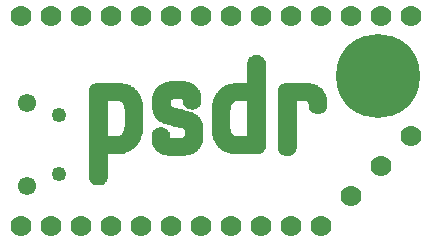
<source format=gts>
*
*
G04 PADS9.1 Build Number: 384028 generated Gerber (RS-274-X) file*
G04 PC Version=2.1*
*
%IN "KeyChainDevBoard.pcb"*%
*
%MOIN*%
*
%FSLAX35Y35*%
*
*
*
*
G04 PC Standard Apertures*
*
*
G04 Thermal Relief Aperture macro.*
%AMTER*
1,1,$1,0,0*
1,0,$1-$2,0,0*
21,0,$3,$4,0,0,45*
21,0,$3,$4,0,0,135*
%
*
*
G04 Annular Aperture macro.*
%AMANN*
1,1,$1,0,0*
1,0,$2,0,0*
%
*
*
G04 Odd Aperture macro.*
%AMODD*
1,1,$1,0,0*
1,0,$1-0.005,0,0*
%
*
*
G04 PC Custom Aperture Macros*
*
*
*
*
*
*
G04 PC Aperture Table*
*
%ADD010C,0.001*%
%ADD048C,0.07*%
%ADD053C,0.002*%
%ADD146C,0.28*%
%ADD147C,0.04921*%
%ADD148C,0.06102*%
*
*
*
*
G04 PC Circuitry*
G04 Layer Name KeyChainDevBoard.pcb - circuitry*
%LPD*%
*
*
G04 PC Custom Flashes*
G04 Layer Name KeyChainDevBoard.pcb - flashes*
%LPD*%
*
*
G04 PC Circuitry*
G04 Layer Name KeyChainDevBoard.pcb - circuitry*
%LPD*%
*
G54D10*
G54D48*
G01X105000Y105000D03*
X225000Y175000D03*
X235000Y135000D03*
X125000Y175000D03*
X225000Y125000D03*
X145000Y105000D03*
X215000Y115000D03*
X135000Y105000D03*
X145000Y175000D03*
X165000Y105000D03*
X195000Y175000D03*
X205000D03*
Y105000D03*
X195000D03*
X165000Y175000D03*
X175000D03*
X185000D03*
X115000Y105000D03*
X235000Y175000D03*
X175000Y105000D03*
X155000D03*
X115000Y175000D03*
X135000D03*
X155000D03*
X125000Y105000D03*
X215000Y175000D03*
X185000Y105000D03*
X105000Y175000D03*
G54D53*
X130000Y119800D02*
X131500D01*
X129400Y120000D02*
X131900D01*
X129200Y120200D02*
X132100D01*
X129000Y120400D02*
X132300D01*
X129000Y120600D02*
X132500D01*
X129000Y120800D02*
X132500D01*
X128800Y121000D02*
X132500D01*
X128800Y121200D02*
X132500D01*
X128800Y121400D02*
X132700D01*
X128800Y121600D02*
X132700D01*
X128800Y121800D02*
X132700D01*
X128800Y122000D02*
X132700D01*
X128800Y122200D02*
X132700D01*
X128800Y122400D02*
X132700D01*
X128800Y122600D02*
X132700D01*
X128800Y122800D02*
X132700D01*
X128800Y123000D02*
X132700D01*
X128800Y123200D02*
X132700D01*
X128800Y123400D02*
X132700D01*
X128800Y123600D02*
X132700D01*
X128800Y123800D02*
X132700D01*
X128800Y124000D02*
X132700D01*
X128800Y124200D02*
X132700D01*
X128800Y124400D02*
X132700D01*
X128800Y124600D02*
X132700D01*
X128800Y124800D02*
X132700D01*
X128800Y125000D02*
X132700D01*
X128800Y125200D02*
X132700D01*
X128800Y125400D02*
X132700D01*
X128800Y125600D02*
X132700D01*
X128800Y125800D02*
X132700D01*
X128800Y126000D02*
X132700D01*
X128800Y126200D02*
X132700D01*
X128800Y126400D02*
X132700D01*
X128800Y126600D02*
X132700D01*
X128800Y126800D02*
X132700D01*
X128800Y127000D02*
X132700D01*
X128800Y127200D02*
X132700D01*
X128800Y127400D02*
X132700D01*
X128800Y127600D02*
X132700D01*
X128800Y127800D02*
X132700D01*
X128800Y128000D02*
X132700D01*
X128800Y128200D02*
X132700D01*
X128800Y128400D02*
X132700D01*
X128800Y128600D02*
X132700D01*
X128800Y128800D02*
X132700D01*
X128800Y129000D02*
X132700D01*
X128800Y129200D02*
X132700D01*
X128800Y129400D02*
X132700D01*
X128800Y129600D02*
X132700D01*
X154000D02*
X159500D01*
X193000D02*
X194500D01*
X128800Y129800D02*
X132700D01*
X153200D02*
X160500D01*
X192600D02*
X194900D01*
X128800Y130000D02*
X132700D01*
X152600D02*
X161100D01*
X192200D02*
X195100D01*
X128800Y130200D02*
X138100D01*
X152000D02*
X161700D01*
X175600D02*
X184100D01*
X192200D02*
X195300D01*
X128800Y130400D02*
X139100D01*
X151800D02*
X162100D01*
X174800D02*
X184500D01*
X192000D02*
X195500D01*
X128800Y130600D02*
X139700D01*
X151400D02*
X162300D01*
X174200D02*
X184900D01*
X192000D02*
X195500D01*
X128800Y130800D02*
X140100D01*
X151200D02*
X162700D01*
X173600D02*
X184900D01*
X191800D02*
X195500D01*
X128800Y131000D02*
X140500D01*
X151000D02*
X162900D01*
X173200D02*
X185100D01*
X191800D02*
X195500D01*
X128800Y131200D02*
X140900D01*
X150800D02*
X163100D01*
X172800D02*
X185100D01*
X191800D02*
X195700D01*
X128800Y131400D02*
X141300D01*
X150600D02*
X163300D01*
X172600D02*
X185300D01*
X191800D02*
X195700D01*
X128800Y131600D02*
X141500D01*
X150400D02*
X163500D01*
X172200D02*
X185300D01*
X191800D02*
X195700D01*
X128800Y131800D02*
X141700D01*
X150200D02*
X163500D01*
X172000D02*
X185300D01*
X191800D02*
X195700D01*
X128800Y132000D02*
X141900D01*
X150200D02*
X163700D01*
X171800D02*
X185300D01*
X191800D02*
X195700D01*
X128800Y132200D02*
X142100D01*
X150000D02*
X163900D01*
X171600D02*
X185300D01*
X191800D02*
X195700D01*
X128800Y132400D02*
X142300D01*
X150000D02*
X163900D01*
X171400D02*
X185300D01*
X191800D02*
X195700D01*
X128800Y132600D02*
X142500D01*
X150000D02*
X164100D01*
X171200D02*
X185300D01*
X191800D02*
X195700D01*
X128800Y132800D02*
X142700D01*
X149800D02*
X164100D01*
X171000D02*
X185300D01*
X191800D02*
X195700D01*
X128800Y133000D02*
X142900D01*
X149800D02*
X164100D01*
X171000D02*
X185300D01*
X191800D02*
X195700D01*
X128800Y133200D02*
X143100D01*
X149800D02*
X164300D01*
X170800D02*
X185300D01*
X191800D02*
X195700D01*
X128800Y133400D02*
X143100D01*
X149600D02*
X154500D01*
X159000D02*
X164300D01*
X170600D02*
X185300D01*
X191800D02*
X195700D01*
X128800Y133600D02*
X143300D01*
X149600D02*
X154100D01*
X159600D02*
X164300D01*
X170600D02*
X185300D01*
X191800D02*
X195700D01*
X128800Y133800D02*
X143300D01*
X149600D02*
X153900D01*
X160000D02*
X164500D01*
X170400D02*
X185300D01*
X191800D02*
X195700D01*
X128800Y134000D02*
X132700D01*
X137600D02*
X143500D01*
X149600D02*
X153700D01*
X160200D02*
X164500D01*
X170400D02*
X176300D01*
X181400D02*
X185300D01*
X191800D02*
X195700D01*
X128800Y134200D02*
X132700D01*
X138200D02*
X143500D01*
X149600D02*
X153700D01*
X160400D02*
X164500D01*
X170400D02*
X175500D01*
X181400D02*
X185300D01*
X191800D02*
X195700D01*
X128800Y134400D02*
X132700D01*
X138600D02*
X143700D01*
X149600D02*
X153500D01*
X160400D02*
X164500D01*
X170200D02*
X175100D01*
X181400D02*
X185300D01*
X191800D02*
X195700D01*
X128800Y134600D02*
X132700D01*
X139000D02*
X143700D01*
X149600D02*
X153500D01*
X160600D02*
X164500D01*
X170200D02*
X174900D01*
X181400D02*
X185300D01*
X191800D02*
X195700D01*
X128800Y134800D02*
X132700D01*
X139200D02*
X143900D01*
X149600D02*
X153500D01*
X160600D02*
X164500D01*
X170000D02*
X174500D01*
X181400D02*
X185300D01*
X191800D02*
X195700D01*
X128800Y135000D02*
X132700D01*
X139400D02*
X143900D01*
X149600D02*
X153500D01*
X160600D02*
X164500D01*
X170000D02*
X174300D01*
X181400D02*
X185300D01*
X191800D02*
X195700D01*
X128800Y135200D02*
X132700D01*
X139600D02*
X143900D01*
X149600D02*
X153500D01*
X160600D02*
X164500D01*
X170000D02*
X174300D01*
X181400D02*
X185300D01*
X191800D02*
X195700D01*
X128800Y135400D02*
X132700D01*
X139800D02*
X144100D01*
X149600D02*
X153300D01*
X160600D02*
X164500D01*
X170000D02*
X174100D01*
X181400D02*
X185300D01*
X191800D02*
X195700D01*
X128800Y135600D02*
X132700D01*
X139800D02*
X144100D01*
X149800D02*
X153300D01*
X160600D02*
X164500D01*
X169800D02*
X173900D01*
X181400D02*
X185300D01*
X191800D02*
X195700D01*
X128800Y135800D02*
X132700D01*
X140000D02*
X144100D01*
X149800D02*
X153300D01*
X160600D02*
X164500D01*
X169800D02*
X173900D01*
X181400D02*
X185300D01*
X191800D02*
X195700D01*
X128800Y136000D02*
X132700D01*
X140000D02*
X144100D01*
X149800D02*
X153100D01*
X160600D02*
X164500D01*
X169800D02*
X173900D01*
X181400D02*
X185300D01*
X191800D02*
X195700D01*
X128800Y136200D02*
X132700D01*
X140200D02*
X144300D01*
X150000D02*
X153100D01*
X160600D02*
X164500D01*
X169800D02*
X173700D01*
X181400D02*
X185300D01*
X191800D02*
X195700D01*
X128800Y136400D02*
X132700D01*
X140200D02*
X144300D01*
X150200D02*
X152900D01*
X160600D02*
X164500D01*
X169800D02*
X173700D01*
X181400D02*
X185300D01*
X191800D02*
X195700D01*
X128800Y136600D02*
X132700D01*
X140400D02*
X144300D01*
X150600D02*
X152500D01*
X160600D02*
X164500D01*
X169800D02*
X173700D01*
X181400D02*
X185300D01*
X191800D02*
X195700D01*
X128800Y136800D02*
X132700D01*
X140400D02*
X144300D01*
X151200D02*
X151900D01*
X160600D02*
X164500D01*
X169600D02*
X173700D01*
X181400D02*
X185300D01*
X191800D02*
X195700D01*
X128800Y137000D02*
X132700D01*
X140400D02*
X144300D01*
X160600D02*
X164500D01*
X169600D02*
X173500D01*
X181400D02*
X185300D01*
X191800D02*
X195700D01*
X128800Y137200D02*
X132700D01*
X140400D02*
X144300D01*
X160600D02*
X164500D01*
X169600D02*
X173500D01*
X181400D02*
X185300D01*
X191800D02*
X195700D01*
X128800Y137400D02*
X132700D01*
X140400D02*
X144500D01*
X160600D02*
X164500D01*
X169600D02*
X173500D01*
X181400D02*
X185300D01*
X191800D02*
X195700D01*
X128800Y137600D02*
X132700D01*
X140600D02*
X144500D01*
X160400D02*
X164500D01*
X169600D02*
X173500D01*
X181400D02*
X185300D01*
X191800D02*
X195700D01*
X128800Y137800D02*
X132700D01*
X140600D02*
X144500D01*
X160400D02*
X164500D01*
X169600D02*
X173500D01*
X181400D02*
X185300D01*
X191800D02*
X195700D01*
X128800Y138000D02*
X132700D01*
X140600D02*
X144500D01*
X160200D02*
X164500D01*
X169600D02*
X173500D01*
X181400D02*
X185300D01*
X191800D02*
X195700D01*
X128800Y138200D02*
X132700D01*
X140600D02*
X144500D01*
X160000D02*
X164500D01*
X169600D02*
X173500D01*
X181400D02*
X185300D01*
X191800D02*
X195700D01*
X128800Y138400D02*
X132700D01*
X140600D02*
X144500D01*
X159600D02*
X164300D01*
X169600D02*
X173500D01*
X181400D02*
X185300D01*
X191800D02*
X195700D01*
X128800Y138600D02*
X132700D01*
X140600D02*
X144500D01*
X159200D02*
X164300D01*
X169600D02*
X173500D01*
X181400D02*
X185300D01*
X191800D02*
X195700D01*
X128800Y138800D02*
X132700D01*
X140600D02*
X144500D01*
X158400D02*
X164300D01*
X169600D02*
X173500D01*
X181400D02*
X185300D01*
X191800D02*
X195700D01*
X128800Y139000D02*
X132700D01*
X140600D02*
X144500D01*
X157600D02*
X164300D01*
X169600D02*
X173500D01*
X181400D02*
X185300D01*
X191800D02*
X195700D01*
X128800Y139200D02*
X132700D01*
X140600D02*
X144500D01*
X156800D02*
X164100D01*
X169600D02*
X173500D01*
X181400D02*
X185300D01*
X191800D02*
X195700D01*
X128800Y139400D02*
X132700D01*
X140600D02*
X144500D01*
X156200D02*
X164100D01*
X169600D02*
X173500D01*
X181400D02*
X185300D01*
X191800D02*
X195700D01*
X128800Y139600D02*
X132700D01*
X140600D02*
X144500D01*
X155400D02*
X163900D01*
X169600D02*
X173500D01*
X181400D02*
X185300D01*
X191800D02*
X195700D01*
X128800Y139800D02*
X132700D01*
X140600D02*
X144500D01*
X154600D02*
X163900D01*
X169600D02*
X173500D01*
X181400D02*
X185300D01*
X191800D02*
X195700D01*
X128800Y140000D02*
X132700D01*
X140600D02*
X144500D01*
X153800D02*
X163700D01*
X169600D02*
X173500D01*
X181400D02*
X185300D01*
X191800D02*
X195700D01*
X128800Y140200D02*
X132700D01*
X140600D02*
X144500D01*
X153200D02*
X163700D01*
X169600D02*
X173500D01*
X181400D02*
X185300D01*
X191800D02*
X195700D01*
X128800Y140400D02*
X132700D01*
X140600D02*
X144500D01*
X152600D02*
X163500D01*
X169600D02*
X173500D01*
X181400D02*
X185300D01*
X191800D02*
X195700D01*
X128800Y140600D02*
X132700D01*
X140600D02*
X144500D01*
X152200D02*
X163300D01*
X169600D02*
X173500D01*
X181400D02*
X185300D01*
X191800D02*
X195700D01*
X128800Y140800D02*
X132700D01*
X140600D02*
X144500D01*
X152000D02*
X163100D01*
X169600D02*
X173500D01*
X181400D02*
X185300D01*
X191800D02*
X195700D01*
X128800Y141000D02*
X132700D01*
X140600D02*
X144500D01*
X151600D02*
X162900D01*
X169600D02*
X173500D01*
X181400D02*
X185300D01*
X191800D02*
X195700D01*
X128800Y141200D02*
X132700D01*
X140600D02*
X144500D01*
X151400D02*
X162700D01*
X169600D02*
X173500D01*
X181400D02*
X185300D01*
X191800D02*
X195700D01*
X128800Y141400D02*
X132700D01*
X140600D02*
X144500D01*
X151200D02*
X162500D01*
X169600D02*
X173500D01*
X181400D02*
X185300D01*
X191800D02*
X195700D01*
X128800Y141600D02*
X132700D01*
X140600D02*
X144500D01*
X151000D02*
X162100D01*
X169600D02*
X173500D01*
X181400D02*
X185300D01*
X191800D02*
X195700D01*
X128800Y141800D02*
X132700D01*
X140600D02*
X144500D01*
X150800D02*
X161700D01*
X169600D02*
X173500D01*
X181400D02*
X185300D01*
X191800D02*
X195700D01*
X128800Y142000D02*
X132700D01*
X140600D02*
X144500D01*
X150600D02*
X161300D01*
X169600D02*
X173500D01*
X181400D02*
X185300D01*
X191800D02*
X195700D01*
X128800Y142200D02*
X132700D01*
X140600D02*
X144500D01*
X150600D02*
X160700D01*
X169600D02*
X173500D01*
X181400D02*
X185300D01*
X191800D02*
X195700D01*
X128800Y142400D02*
X132700D01*
X140600D02*
X144500D01*
X150400D02*
X159900D01*
X169600D02*
X173500D01*
X181400D02*
X185300D01*
X191800D02*
X195700D01*
X128800Y142600D02*
X132700D01*
X140600D02*
X144500D01*
X150400D02*
X159100D01*
X169600D02*
X173500D01*
X181400D02*
X185300D01*
X191800D02*
X195700D01*
X128800Y142800D02*
X132700D01*
X140600D02*
X144500D01*
X150200D02*
X158500D01*
X169600D02*
X173500D01*
X181400D02*
X185300D01*
X191800D02*
X195700D01*
X128800Y143000D02*
X132700D01*
X140600D02*
X144500D01*
X150200D02*
X157700D01*
X169600D02*
X173500D01*
X181400D02*
X185300D01*
X191800D02*
X195700D01*
X128800Y143200D02*
X132700D01*
X140600D02*
X144500D01*
X150200D02*
X156900D01*
X169600D02*
X173500D01*
X181400D02*
X185300D01*
X191800D02*
X195700D01*
X128800Y143400D02*
X132700D01*
X140600D02*
X144500D01*
X150000D02*
X156100D01*
X169600D02*
X173500D01*
X181400D02*
X185300D01*
X191800D02*
X195700D01*
X128800Y143600D02*
X132700D01*
X140600D02*
X144500D01*
X150000D02*
X155500D01*
X169600D02*
X173500D01*
X181400D02*
X185300D01*
X191800D02*
X195700D01*
X203200D02*
X204500D01*
X128800Y143800D02*
X132700D01*
X140600D02*
X144500D01*
X150000D02*
X154900D01*
X169600D02*
X173500D01*
X181400D02*
X185300D01*
X191800D02*
X195700D01*
X202800D02*
X205100D01*
X128800Y144000D02*
X132700D01*
X140600D02*
X144500D01*
X149800D02*
X154500D01*
X169600D02*
X173500D01*
X181400D02*
X185300D01*
X191800D02*
X195700D01*
X202600D02*
X205300D01*
X128800Y144200D02*
X132700D01*
X140600D02*
X144500D01*
X149800D02*
X154100D01*
X169600D02*
X173500D01*
X181400D02*
X185300D01*
X191800D02*
X195700D01*
X202400D02*
X205500D01*
X128800Y144400D02*
X132700D01*
X140600D02*
X144500D01*
X149800D02*
X154100D01*
X169600D02*
X173700D01*
X181400D02*
X185300D01*
X191800D02*
X195700D01*
X202200D02*
X205500D01*
X128800Y144600D02*
X132700D01*
X140600D02*
X144500D01*
X149800D02*
X153900D01*
X169800D02*
X173700D01*
X181400D02*
X185300D01*
X191800D02*
X195700D01*
X202200D02*
X205700D01*
X128800Y144800D02*
X132700D01*
X140600D02*
X144500D01*
X149800D02*
X153700D01*
X169800D02*
X173700D01*
X181400D02*
X185300D01*
X191800D02*
X195700D01*
X202000D02*
X205700D01*
X128800Y145000D02*
X132700D01*
X140400D02*
X144500D01*
X149800D02*
X153700D01*
X169800D02*
X173700D01*
X181400D02*
X185300D01*
X191800D02*
X195700D01*
X202000D02*
X205700D01*
X128800Y145200D02*
X132700D01*
X140400D02*
X144300D01*
X149800D02*
X153700D01*
X161000D02*
X162900D01*
X169800D02*
X173700D01*
X181400D02*
X185300D01*
X191800D02*
X195700D01*
X202000D02*
X205900D01*
X128800Y145400D02*
X132700D01*
X140400D02*
X144300D01*
X149800D02*
X153700D01*
X160600D02*
X163100D01*
X169800D02*
X173900D01*
X181400D02*
X185300D01*
X191800D02*
X195700D01*
X202000D02*
X205900D01*
X128800Y145600D02*
X132700D01*
X140400D02*
X144300D01*
X149800D02*
X153700D01*
X160400D02*
X163300D01*
X169800D02*
X173900D01*
X181400D02*
X185300D01*
X191800D02*
X195700D01*
X202000D02*
X205900D01*
X128800Y145800D02*
X132700D01*
X140200D02*
X144300D01*
X149800D02*
X153700D01*
X160200D02*
X163500D01*
X170000D02*
X173900D01*
X181400D02*
X185300D01*
X191800D02*
X195700D01*
X202000D02*
X205900D01*
X128800Y146000D02*
X132700D01*
X140200D02*
X144300D01*
X149800D02*
X153700D01*
X160200D02*
X163700D01*
X170000D02*
X174100D01*
X181400D02*
X185300D01*
X191800D02*
X195700D01*
X202000D02*
X205900D01*
X128800Y146200D02*
X132700D01*
X140200D02*
X144300D01*
X149800D02*
X153700D01*
X160200D02*
X163700D01*
X170000D02*
X174300D01*
X181400D02*
X185300D01*
X191800D02*
X195700D01*
X201800D02*
X205900D01*
X128800Y146400D02*
X132700D01*
X140000D02*
X144100D01*
X149800D02*
X153700D01*
X160000D02*
X163900D01*
X170000D02*
X174300D01*
X181400D02*
X185300D01*
X191800D02*
X195700D01*
X201800D02*
X205900D01*
X128800Y146600D02*
X132700D01*
X139800D02*
X144100D01*
X149800D02*
X153700D01*
X160000D02*
X163900D01*
X170200D02*
X174500D01*
X181400D02*
X185300D01*
X191800D02*
X195700D01*
X201800D02*
X205700D01*
X128800Y146800D02*
X132700D01*
X139800D02*
X144100D01*
X149800D02*
X153700D01*
X160000D02*
X163900D01*
X170200D02*
X174700D01*
X181400D02*
X185300D01*
X191800D02*
X195700D01*
X201600D02*
X205700D01*
X128800Y147000D02*
X132700D01*
X139600D02*
X144100D01*
X149800D02*
X153700D01*
X160000D02*
X163900D01*
X170200D02*
X174900D01*
X181400D02*
X185300D01*
X191800D02*
X195700D01*
X201600D02*
X205700D01*
X128800Y147200D02*
X132700D01*
X139200D02*
X143900D01*
X149800D02*
X153700D01*
X160000D02*
X163900D01*
X170400D02*
X175100D01*
X181400D02*
X185300D01*
X191800D02*
X195700D01*
X201400D02*
X205700D01*
X128800Y147400D02*
X132700D01*
X139000D02*
X143900D01*
X149800D02*
X153900D01*
X160000D02*
X163900D01*
X170400D02*
X175500D01*
X181400D02*
X185300D01*
X191800D02*
X195700D01*
X201200D02*
X205700D01*
X128800Y147600D02*
X132700D01*
X138600D02*
X143700D01*
X149800D02*
X153900D01*
X159800D02*
X163900D01*
X170600D02*
X175900D01*
X181400D02*
X185300D01*
X191800D02*
X195700D01*
X200800D02*
X205700D01*
X128800Y147800D02*
X132700D01*
X137800D02*
X143700D01*
X149800D02*
X154100D01*
X159800D02*
X163900D01*
X170600D02*
X176500D01*
X181400D02*
X185300D01*
X191800D02*
X195700D01*
X200200D02*
X205500D01*
X128800Y148000D02*
X143700D01*
X149800D02*
X154300D01*
X159600D02*
X163900D01*
X170800D02*
X185300D01*
X191800D02*
X205500D01*
X128800Y148200D02*
X143500D01*
X150000D02*
X154700D01*
X159400D02*
X163900D01*
X170800D02*
X185300D01*
X191800D02*
X205500D01*
X128800Y148400D02*
X143500D01*
X150000D02*
X155300D01*
X158800D02*
X163700D01*
X171000D02*
X185300D01*
X191800D02*
X205300D01*
X128800Y148600D02*
X143300D01*
X150000D02*
X163700D01*
X171000D02*
X185300D01*
X191800D02*
X205300D01*
X128800Y148800D02*
X143100D01*
X150200D02*
X163700D01*
X171200D02*
X185300D01*
X191800D02*
X205100D01*
X128800Y149000D02*
X143100D01*
X150200D02*
X163700D01*
X171400D02*
X185300D01*
X191800D02*
X205100D01*
X128800Y149200D02*
X142900D01*
X150200D02*
X163500D01*
X171600D02*
X185300D01*
X191800D02*
X204900D01*
X128800Y149400D02*
X142700D01*
X150400D02*
X163500D01*
X171600D02*
X185300D01*
X191800D02*
X204900D01*
X128800Y149600D02*
X142500D01*
X150400D02*
X163300D01*
X171800D02*
X185300D01*
X191800D02*
X204700D01*
X128800Y149800D02*
X142300D01*
X150600D02*
X163300D01*
X172000D02*
X185300D01*
X191800D02*
X204500D01*
X128800Y150000D02*
X142100D01*
X150800D02*
X163100D01*
X172400D02*
X185300D01*
X191800D02*
X204300D01*
X128800Y150200D02*
X141900D01*
X150800D02*
X163100D01*
X172600D02*
X185300D01*
X191800D02*
X204100D01*
X128800Y150400D02*
X141500D01*
X151000D02*
X162900D01*
X172800D02*
X185300D01*
X191800D02*
X203900D01*
X129000Y150600D02*
X141300D01*
X151200D02*
X162700D01*
X173200D02*
X185300D01*
X192000D02*
X203700D01*
X129000Y150800D02*
X140900D01*
X151400D02*
X162500D01*
X173400D02*
X185300D01*
X192000D02*
X203300D01*
X129200Y151000D02*
X140500D01*
X151600D02*
X162300D01*
X174000D02*
X185300D01*
X192000D02*
X202900D01*
X129200Y151200D02*
X139900D01*
X152000D02*
X162100D01*
X174400D02*
X185300D01*
X192200D02*
X202500D01*
X129600Y151400D02*
X139300D01*
X152200D02*
X161700D01*
X175000D02*
X185300D01*
X192400D02*
X201900D01*
X130000Y151600D02*
X138500D01*
X152600D02*
X161300D01*
X176000D02*
X185300D01*
X192800D02*
X200900D01*
X153200Y151800D02*
X160900D01*
X181400D02*
X185300D01*
X153800Y152000D02*
X160300D01*
X181400D02*
X185300D01*
X154800Y152200D02*
X159300D01*
X181400D02*
X185300D01*
X181400Y152400D02*
X185300D01*
X181400Y152600D02*
X185300D01*
X181400Y152800D02*
X185300D01*
X181400Y153000D02*
X185300D01*
X181400Y153200D02*
X185300D01*
X181400Y153400D02*
X185300D01*
X181400Y153600D02*
X185300D01*
X181400Y153800D02*
X185300D01*
X181400Y154000D02*
X185300D01*
X181400Y154200D02*
X185300D01*
X181400Y154400D02*
X185300D01*
X181400Y154600D02*
X185300D01*
X181400Y154800D02*
X185300D01*
X181400Y155000D02*
X185300D01*
X181400Y155200D02*
X185300D01*
X181400Y155400D02*
X185300D01*
X181400Y155600D02*
X185300D01*
X181400Y155800D02*
X185300D01*
X181400Y156000D02*
X185300D01*
X181400Y156200D02*
X185300D01*
X181400Y156400D02*
X185300D01*
X181400Y156600D02*
X185300D01*
X181400Y156800D02*
X185300D01*
X181400Y157000D02*
X185300D01*
X181400Y157200D02*
X185300D01*
X181400Y157400D02*
X185300D01*
X181400Y157600D02*
X185300D01*
X181400Y157800D02*
X185300D01*
X181400Y158000D02*
X185300D01*
X181400Y158200D02*
X185300D01*
X181400Y158400D02*
X185300D01*
X181400Y158600D02*
X185300D01*
X181400Y158800D02*
X185300D01*
X181400Y159000D02*
X185300D01*
X181400Y159200D02*
X185300D01*
X181600Y159400D02*
X185300D01*
X181600Y159600D02*
X185300D01*
X181600Y159800D02*
X185100D01*
X181600Y160000D02*
X185100D01*
X181800Y160200D02*
X184900D01*
X182000Y160400D02*
X184900D01*
X182200Y160600D02*
X184500D01*
X182600Y160800D02*
X184100D01*
X129600Y118800D02*
X131700D01*
X129200Y119000D02*
X132300D01*
X128800Y119200D02*
X132500D01*
X128600Y119400D02*
X132900D01*
X128400Y119600D02*
X132900D01*
X128200Y119800D02*
X133100D01*
X128200Y120000D02*
X133300D01*
X128000Y120200D02*
X133300D01*
X128000Y120400D02*
X133500D01*
X127800Y120600D02*
X133500D01*
X127800Y120800D02*
X133500D01*
X127800Y121000D02*
X133700D01*
X127800Y121200D02*
X133700D01*
X127800Y121400D02*
X133700D01*
X127800Y121600D02*
X133700D01*
X127800Y121800D02*
X133700D01*
X127800Y122000D02*
X133700D01*
X127800Y122200D02*
X133700D01*
X127800Y122400D02*
X133700D01*
X127800Y122600D02*
X133700D01*
X127800Y122800D02*
X133700D01*
X127800Y123000D02*
X133700D01*
X127800Y123200D02*
X133700D01*
X127800Y123400D02*
X133700D01*
X127800Y123600D02*
X133700D01*
X127800Y123800D02*
X133700D01*
X127800Y124000D02*
X133700D01*
X127800Y124200D02*
X133700D01*
X127800Y124400D02*
X133700D01*
X127800Y124600D02*
X133700D01*
X127800Y124800D02*
X133700D01*
X127800Y125000D02*
X133700D01*
X127800Y125200D02*
X133700D01*
X127800Y125400D02*
X133700D01*
X127800Y125600D02*
X133700D01*
X127800Y125800D02*
X133700D01*
X127800Y126000D02*
X133700D01*
X127800Y126200D02*
X133700D01*
X127800Y126400D02*
X133700D01*
X127800Y126600D02*
X133700D01*
X127800Y126800D02*
X133700D01*
X127800Y127000D02*
X133700D01*
X127800Y127200D02*
X133700D01*
X127800Y127400D02*
X133700D01*
X127800Y127600D02*
X133700D01*
X127800Y127800D02*
X133700D01*
X127800Y128000D02*
X133700D01*
X127800Y128200D02*
X133700D01*
X127800Y128400D02*
X133700D01*
X127800Y128600D02*
X133700D01*
X153800D02*
X159900D01*
X192600D02*
X194700D01*
X127800Y128800D02*
X133700D01*
X153000D02*
X160700D01*
X192200D02*
X195300D01*
X127800Y129000D02*
X133700D01*
X152200D02*
X161300D01*
X191800D02*
X195500D01*
X127800Y129200D02*
X138500D01*
X151800D02*
X161900D01*
X175400D02*
X184500D01*
X191600D02*
X195900D01*
X127800Y129400D02*
X139300D01*
X151400D02*
X162300D01*
X174600D02*
X184900D01*
X191400D02*
X195900D01*
X127800Y129600D02*
X139900D01*
X151000D02*
X162700D01*
X173800D02*
X185300D01*
X191200D02*
X196100D01*
X127800Y129800D02*
X140500D01*
X150800D02*
X162900D01*
X173400D02*
X185500D01*
X191200D02*
X196300D01*
X127800Y130000D02*
X140900D01*
X150400D02*
X163300D01*
X172800D02*
X185700D01*
X191000D02*
X196300D01*
X127800Y130200D02*
X141300D01*
X150200D02*
X163500D01*
X172600D02*
X185900D01*
X191000D02*
X196500D01*
X127800Y130400D02*
X141500D01*
X150000D02*
X163700D01*
X172200D02*
X185900D01*
X190800D02*
X196500D01*
X127800Y130600D02*
X141900D01*
X149800D02*
X163900D01*
X171800D02*
X186100D01*
X190800D02*
X196500D01*
X127800Y130800D02*
X142100D01*
X149800D02*
X164100D01*
X171600D02*
X186100D01*
X190800D02*
X196700D01*
X127800Y131000D02*
X142500D01*
X149600D02*
X164300D01*
X171400D02*
X186300D01*
X190800D02*
X196700D01*
X127800Y131200D02*
X142700D01*
X149400D02*
X164500D01*
X171200D02*
X186300D01*
X190800D02*
X196700D01*
X127800Y131400D02*
X142900D01*
X149400D02*
X164500D01*
X170800D02*
X186300D01*
X190800D02*
X196700D01*
X127800Y131600D02*
X143100D01*
X149200D02*
X164700D01*
X170800D02*
X186300D01*
X190800D02*
X196700D01*
X127800Y131800D02*
X143300D01*
X149200D02*
X164700D01*
X170600D02*
X186300D01*
X190800D02*
X196700D01*
X127800Y132000D02*
X143500D01*
X149000D02*
X164900D01*
X170400D02*
X186300D01*
X190800D02*
X196700D01*
X127800Y132200D02*
X143500D01*
X149000D02*
X164900D01*
X170200D02*
X186300D01*
X190800D02*
X196700D01*
X127800Y132400D02*
X143700D01*
X148800D02*
X165100D01*
X170200D02*
X186300D01*
X190800D02*
X196700D01*
X127800Y132600D02*
X143900D01*
X148800D02*
X165100D01*
X170000D02*
X186300D01*
X190800D02*
X196700D01*
X127800Y132800D02*
X143900D01*
X148800D02*
X165100D01*
X169800D02*
X186300D01*
X190800D02*
X196700D01*
X127800Y133000D02*
X144100D01*
X148800D02*
X165300D01*
X169800D02*
X186300D01*
X190800D02*
X196700D01*
X127800Y133200D02*
X144300D01*
X148600D02*
X165300D01*
X169600D02*
X186300D01*
X190800D02*
X196700D01*
X127800Y133400D02*
X144300D01*
X148600D02*
X165300D01*
X169600D02*
X186300D01*
X190800D02*
X196700D01*
X127800Y133600D02*
X144500D01*
X148600D02*
X165500D01*
X169400D02*
X186300D01*
X190800D02*
X196700D01*
X127800Y133800D02*
X144500D01*
X148600D02*
X165500D01*
X169400D02*
X186300D01*
X190800D02*
X196700D01*
X127800Y134000D02*
X144700D01*
X148600D02*
X165500D01*
X169200D02*
X186300D01*
X190800D02*
X196700D01*
X127800Y134200D02*
X144700D01*
X148600D02*
X165500D01*
X169200D02*
X186300D01*
X190800D02*
X196700D01*
X127800Y134400D02*
X144700D01*
X148600D02*
X154900D01*
X158800D02*
X165500D01*
X169200D02*
X186300D01*
X190800D02*
X196700D01*
X127800Y134600D02*
X144900D01*
X148600D02*
X154500D01*
X159200D02*
X165500D01*
X169000D02*
X186300D01*
X190800D02*
X196700D01*
X127800Y134800D02*
X144900D01*
X148600D02*
X154500D01*
X159400D02*
X165500D01*
X169000D02*
X186300D01*
X190800D02*
X196700D01*
X127800Y135000D02*
X133700D01*
X137400D02*
X144900D01*
X148600D02*
X154500D01*
X159600D02*
X165500D01*
X169000D02*
X176500D01*
X180400D02*
X186300D01*
X190800D02*
X196700D01*
X127800Y135200D02*
X133700D01*
X138000D02*
X145100D01*
X148600D02*
X154500D01*
X159600D02*
X165500D01*
X169000D02*
X175900D01*
X180400D02*
X186300D01*
X190800D02*
X196700D01*
X127800Y135400D02*
X133700D01*
X138400D02*
X145100D01*
X148600D02*
X154500D01*
X159600D02*
X165500D01*
X168800D02*
X175500D01*
X180400D02*
X186300D01*
X190800D02*
X196700D01*
X127800Y135600D02*
X133700D01*
X138600D02*
X145100D01*
X148600D02*
X154500D01*
X159600D02*
X165500D01*
X168800D02*
X175300D01*
X180400D02*
X186300D01*
X190800D02*
X196700D01*
X127800Y135800D02*
X133700D01*
X138800D02*
X145300D01*
X148600D02*
X154300D01*
X159600D02*
X165500D01*
X168800D02*
X175100D01*
X180400D02*
X186300D01*
X190800D02*
X196700D01*
X127800Y136000D02*
X133700D01*
X139000D02*
X145300D01*
X148800D02*
X154300D01*
X159600D02*
X165500D01*
X168800D02*
X174900D01*
X180400D02*
X186300D01*
X190800D02*
X196700D01*
X127800Y136200D02*
X133700D01*
X139000D02*
X145300D01*
X148800D02*
X154300D01*
X159600D02*
X165500D01*
X168800D02*
X174900D01*
X180400D02*
X186300D01*
X190800D02*
X196700D01*
X127800Y136400D02*
X133700D01*
X139200D02*
X145300D01*
X149000D02*
X154100D01*
X159600D02*
X165500D01*
X168600D02*
X174700D01*
X180400D02*
X186300D01*
X190800D02*
X196700D01*
X127800Y136600D02*
X133700D01*
X139200D02*
X145300D01*
X149000D02*
X153900D01*
X159600D02*
X165500D01*
X168600D02*
X174700D01*
X180400D02*
X186300D01*
X190800D02*
X196700D01*
X127800Y136800D02*
X133700D01*
X139400D02*
X145300D01*
X149200D02*
X153900D01*
X159600D02*
X165500D01*
X168600D02*
X174700D01*
X180400D02*
X186300D01*
X190800D02*
X196700D01*
X127800Y137000D02*
X133700D01*
X139400D02*
X145500D01*
X149400D02*
X153700D01*
X159600D02*
X165500D01*
X168600D02*
X174700D01*
X180400D02*
X186300D01*
X190800D02*
X196700D01*
X127800Y137200D02*
X133700D01*
X139400D02*
X145500D01*
X149600D02*
X153500D01*
X159600D02*
X165500D01*
X168600D02*
X174700D01*
X180400D02*
X186300D01*
X190800D02*
X196700D01*
X127800Y137400D02*
X133700D01*
X139400D02*
X145500D01*
X149800D02*
X153100D01*
X159400D02*
X165500D01*
X168600D02*
X174700D01*
X180400D02*
X186300D01*
X190800D02*
X196700D01*
X127800Y137600D02*
X133700D01*
X139400D02*
X145500D01*
X150200D02*
X152900D01*
X159000D02*
X165500D01*
X168600D02*
X174500D01*
X180400D02*
X186300D01*
X190800D02*
X196700D01*
X127800Y137800D02*
X133700D01*
X139400D02*
X145500D01*
X151000D02*
X152100D01*
X158200D02*
X165500D01*
X168600D02*
X174500D01*
X180400D02*
X186300D01*
X190800D02*
X196700D01*
X127800Y138000D02*
X133700D01*
X139400D02*
X145500D01*
X157400D02*
X165500D01*
X168600D02*
X174500D01*
X180400D02*
X186300D01*
X190800D02*
X196700D01*
X127800Y138200D02*
X133700D01*
X139600D02*
X145500D01*
X156600D02*
X165500D01*
X168600D02*
X174500D01*
X180400D02*
X186300D01*
X190800D02*
X196700D01*
X127800Y138400D02*
X133700D01*
X139600D02*
X145500D01*
X155800D02*
X165500D01*
X168600D02*
X174500D01*
X180400D02*
X186300D01*
X190800D02*
X196700D01*
X127800Y138600D02*
X133700D01*
X139600D02*
X145500D01*
X155200D02*
X165300D01*
X168600D02*
X174500D01*
X180400D02*
X186300D01*
X190800D02*
X196700D01*
X127800Y138800D02*
X133700D01*
X139600D02*
X145500D01*
X154400D02*
X165300D01*
X168600D02*
X174500D01*
X180400D02*
X186300D01*
X190800D02*
X196700D01*
X127800Y139000D02*
X133700D01*
X139600D02*
X145500D01*
X153600D02*
X165300D01*
X168600D02*
X174500D01*
X180400D02*
X186300D01*
X190800D02*
X196700D01*
X127800Y139200D02*
X133700D01*
X139600D02*
X145500D01*
X152800D02*
X165300D01*
X168600D02*
X174500D01*
X180400D02*
X186300D01*
X190800D02*
X196700D01*
X127800Y139400D02*
X133700D01*
X139600D02*
X145500D01*
X152400D02*
X165100D01*
X168600D02*
X174500D01*
X180400D02*
X186300D01*
X190800D02*
X196700D01*
X127800Y139600D02*
X133700D01*
X139600D02*
X145500D01*
X152000D02*
X165100D01*
X168600D02*
X174500D01*
X180400D02*
X186300D01*
X190800D02*
X196700D01*
X127800Y139800D02*
X133700D01*
X139600D02*
X145500D01*
X151600D02*
X165100D01*
X168600D02*
X174500D01*
X180400D02*
X186300D01*
X190800D02*
X196700D01*
X127800Y140000D02*
X133700D01*
X139600D02*
X145500D01*
X151200D02*
X164900D01*
X168600D02*
X174500D01*
X180400D02*
X186300D01*
X190800D02*
X196700D01*
X127800Y140200D02*
X133700D01*
X139600D02*
X145500D01*
X151000D02*
X164900D01*
X168600D02*
X174500D01*
X180400D02*
X186300D01*
X190800D02*
X196700D01*
X127800Y140400D02*
X133700D01*
X139600D02*
X145500D01*
X150800D02*
X164700D01*
X168600D02*
X174500D01*
X180400D02*
X186300D01*
X190800D02*
X196700D01*
X127800Y140600D02*
X133700D01*
X139600D02*
X145500D01*
X150400D02*
X164700D01*
X168600D02*
X174500D01*
X180400D02*
X186300D01*
X190800D02*
X196700D01*
X127800Y140800D02*
X133700D01*
X139600D02*
X145500D01*
X150400D02*
X164500D01*
X168600D02*
X174500D01*
X180400D02*
X186300D01*
X190800D02*
X196700D01*
X127800Y141000D02*
X133700D01*
X139600D02*
X145500D01*
X150200D02*
X164300D01*
X168600D02*
X174500D01*
X180400D02*
X186300D01*
X190800D02*
X196700D01*
X127800Y141200D02*
X133700D01*
X139600D02*
X145500D01*
X150000D02*
X164300D01*
X168600D02*
X174500D01*
X180400D02*
X186300D01*
X190800D02*
X196700D01*
X127800Y141400D02*
X133700D01*
X139600D02*
X145500D01*
X149800D02*
X164100D01*
X168600D02*
X174500D01*
X180400D02*
X186300D01*
X190800D02*
X196700D01*
X127800Y141600D02*
X133700D01*
X139600D02*
X145500D01*
X149800D02*
X163900D01*
X168600D02*
X174500D01*
X180400D02*
X186300D01*
X190800D02*
X196700D01*
X127800Y141800D02*
X133700D01*
X139600D02*
X145500D01*
X149600D02*
X163700D01*
X168600D02*
X174500D01*
X180400D02*
X186300D01*
X190800D02*
X196700D01*
X127800Y142000D02*
X133700D01*
X139600D02*
X145500D01*
X149400D02*
X163500D01*
X168600D02*
X174500D01*
X180400D02*
X186300D01*
X190800D02*
X196700D01*
X127800Y142200D02*
X133700D01*
X139600D02*
X145500D01*
X149400D02*
X163100D01*
X168600D02*
X174500D01*
X180400D02*
X186300D01*
X190800D02*
X196700D01*
X127800Y142400D02*
X133700D01*
X139600D02*
X145500D01*
X149400D02*
X162900D01*
X168600D02*
X174500D01*
X180400D02*
X186300D01*
X190800D02*
X196700D01*
X127800Y142600D02*
X133700D01*
X139600D02*
X145500D01*
X149200D02*
X162500D01*
X168600D02*
X174500D01*
X180400D02*
X186300D01*
X190800D02*
X196700D01*
X203000D02*
X204900D01*
X127800Y142800D02*
X133700D01*
X139600D02*
X145500D01*
X149200D02*
X162100D01*
X168600D02*
X174500D01*
X180400D02*
X186300D01*
X190800D02*
X196700D01*
X202400D02*
X205300D01*
X127800Y143000D02*
X133700D01*
X139600D02*
X145500D01*
X149000D02*
X161500D01*
X168600D02*
X174500D01*
X180400D02*
X186300D01*
X190800D02*
X196700D01*
X202200D02*
X205700D01*
X127800Y143200D02*
X133700D01*
X139600D02*
X145500D01*
X149000D02*
X160900D01*
X168600D02*
X174500D01*
X180400D02*
X186300D01*
X190800D02*
X196700D01*
X201800D02*
X205900D01*
X127800Y143400D02*
X133700D01*
X139600D02*
X145500D01*
X149000D02*
X160100D01*
X168600D02*
X174500D01*
X180400D02*
X186300D01*
X190800D02*
X196700D01*
X201600D02*
X206100D01*
X127800Y143600D02*
X133700D01*
X139600D02*
X145500D01*
X149000D02*
X159500D01*
X168600D02*
X174500D01*
X180400D02*
X186300D01*
X190800D02*
X196700D01*
X201400D02*
X206300D01*
X127800Y143800D02*
X133700D01*
X139600D02*
X145500D01*
X148800D02*
X158700D01*
X168600D02*
X174700D01*
X180400D02*
X186300D01*
X190800D02*
X196700D01*
X201400D02*
X206500D01*
X127800Y144000D02*
X133700D01*
X139600D02*
X145500D01*
X148800D02*
X157900D01*
X161600D02*
X162300D01*
X168600D02*
X174700D01*
X180400D02*
X186300D01*
X190800D02*
X196700D01*
X201200D02*
X206500D01*
X127800Y144200D02*
X133700D01*
X139600D02*
X145500D01*
X148800D02*
X157100D01*
X160800D02*
X163100D01*
X168600D02*
X174700D01*
X180400D02*
X186300D01*
X190800D02*
X196700D01*
X201200D02*
X206700D01*
X127800Y144400D02*
X133700D01*
X139400D02*
X145500D01*
X148800D02*
X156500D01*
X160400D02*
X163500D01*
X168600D02*
X174700D01*
X180400D02*
X186300D01*
X190800D02*
X196700D01*
X201200D02*
X206700D01*
X127800Y144600D02*
X133700D01*
X139400D02*
X145500D01*
X148800D02*
X155700D01*
X160000D02*
X163900D01*
X168600D02*
X174700D01*
X180400D02*
X186300D01*
X190800D02*
X196700D01*
X201000D02*
X206700D01*
X127800Y144800D02*
X133700D01*
X139400D02*
X145500D01*
X148800D02*
X155100D01*
X159800D02*
X164100D01*
X168600D02*
X174700D01*
X180400D02*
X186300D01*
X190800D02*
X196700D01*
X201000D02*
X206900D01*
X127800Y145000D02*
X133700D01*
X139400D02*
X145500D01*
X148800D02*
X154900D01*
X159600D02*
X164300D01*
X168800D02*
X174700D01*
X180400D02*
X186300D01*
X190800D02*
X196700D01*
X201000D02*
X206900D01*
X127800Y145200D02*
X133700D01*
X139400D02*
X145500D01*
X148800D02*
X154700D01*
X159400D02*
X164300D01*
X168800D02*
X174900D01*
X180400D02*
X186300D01*
X190800D02*
X196700D01*
X201000D02*
X206900D01*
X127800Y145400D02*
X133700D01*
X139400D02*
X145500D01*
X148800D02*
X154700D01*
X159400D02*
X164500D01*
X168800D02*
X174900D01*
X180400D02*
X186300D01*
X190800D02*
X196700D01*
X201000D02*
X206900D01*
X127800Y145600D02*
X133700D01*
X139200D02*
X145300D01*
X148800D02*
X154700D01*
X159200D02*
X164700D01*
X168800D02*
X175100D01*
X180400D02*
X186300D01*
X190800D02*
X196700D01*
X201000D02*
X206900D01*
X127800Y145800D02*
X133700D01*
X139200D02*
X145300D01*
X148800D02*
X154700D01*
X159200D02*
X164700D01*
X168800D02*
X175100D01*
X180400D02*
X186300D01*
X190800D02*
X196700D01*
X200800D02*
X206900D01*
X127800Y146000D02*
X133700D01*
X139000D02*
X145300D01*
X148800D02*
X154700D01*
X159200D02*
X164700D01*
X168800D02*
X175300D01*
X180400D02*
X186300D01*
X190800D02*
X196700D01*
X200800D02*
X206900D01*
X127800Y146200D02*
X133700D01*
X138800D02*
X145300D01*
X148800D02*
X154700D01*
X159000D02*
X164900D01*
X169000D02*
X175500D01*
X180400D02*
X186300D01*
X190800D02*
X196700D01*
X200800D02*
X206900D01*
X127800Y146400D02*
X133700D01*
X138600D02*
X145300D01*
X148800D02*
X154700D01*
X159000D02*
X164900D01*
X169000D02*
X175700D01*
X180400D02*
X186300D01*
X190800D02*
X196700D01*
X200600D02*
X206900D01*
X127800Y146600D02*
X133700D01*
X138200D02*
X145100D01*
X148800D02*
X154700D01*
X159000D02*
X164900D01*
X169000D02*
X176100D01*
X180400D02*
X186300D01*
X190800D02*
X196700D01*
X200400D02*
X206900D01*
X127800Y146800D02*
X133700D01*
X137600D02*
X145100D01*
X148800D02*
X154700D01*
X159000D02*
X164900D01*
X169200D02*
X176700D01*
X180400D02*
X186300D01*
X190800D02*
X196700D01*
X200000D02*
X206900D01*
X127800Y147000D02*
X145100D01*
X148800D02*
X154900D01*
X159000D02*
X164900D01*
X169200D02*
X186300D01*
X190800D02*
X206700D01*
X127800Y147200D02*
X145100D01*
X148800D02*
X155100D01*
X158800D02*
X164900D01*
X169200D02*
X186300D01*
X190800D02*
X206700D01*
X127800Y147400D02*
X144900D01*
X148800D02*
X155500D01*
X158600D02*
X164900D01*
X169400D02*
X186300D01*
X190800D02*
X206700D01*
X127800Y147600D02*
X144900D01*
X148800D02*
X164900D01*
X169400D02*
X186300D01*
X190800D02*
X206700D01*
X127800Y147800D02*
X144900D01*
X148800D02*
X164900D01*
X169400D02*
X186300D01*
X190800D02*
X206700D01*
X127800Y148000D02*
X144700D01*
X148800D02*
X164900D01*
X169600D02*
X186300D01*
X190800D02*
X206500D01*
X127800Y148200D02*
X144700D01*
X148800D02*
X164900D01*
X169600D02*
X186300D01*
X190800D02*
X206500D01*
X127800Y148400D02*
X144500D01*
X149000D02*
X164900D01*
X169800D02*
X186300D01*
X190800D02*
X206500D01*
X127800Y148600D02*
X144500D01*
X149000D02*
X164700D01*
X169800D02*
X186300D01*
X190800D02*
X206300D01*
X127800Y148800D02*
X144300D01*
X149000D02*
X164700D01*
X170000D02*
X186300D01*
X190800D02*
X206300D01*
X127800Y149000D02*
X144300D01*
X149200D02*
X164700D01*
X170200D02*
X186300D01*
X190800D02*
X206300D01*
X127800Y149200D02*
X144100D01*
X149200D02*
X164700D01*
X170200D02*
X186300D01*
X190800D02*
X206100D01*
X127800Y149400D02*
X143900D01*
X149200D02*
X164500D01*
X170400D02*
X186300D01*
X190800D02*
X206100D01*
X127800Y149600D02*
X143900D01*
X149400D02*
X164500D01*
X170600D02*
X186300D01*
X190800D02*
X205900D01*
X127800Y149800D02*
X143700D01*
X149400D02*
X164500D01*
X170600D02*
X186300D01*
X190800D02*
X205700D01*
X127800Y150000D02*
X143500D01*
X149600D02*
X164300D01*
X170800D02*
X186300D01*
X190800D02*
X205700D01*
X127800Y150200D02*
X143300D01*
X149600D02*
X164300D01*
X171000D02*
X186300D01*
X190800D02*
X205500D01*
X127800Y150400D02*
X143300D01*
X149800D02*
X164100D01*
X171200D02*
X186300D01*
X190800D02*
X205300D01*
X127800Y150600D02*
X142900D01*
X149800D02*
X163900D01*
X171400D02*
X186300D01*
X190800D02*
X205300D01*
X127800Y150800D02*
X142700D01*
X150000D02*
X163900D01*
X171600D02*
X186300D01*
X190800D02*
X205100D01*
X128000Y151000D02*
X142500D01*
X150200D02*
X163700D01*
X172000D02*
X186300D01*
X191000D02*
X204900D01*
X128000Y151200D02*
X142300D01*
X150400D02*
X163500D01*
X172200D02*
X186300D01*
X191000D02*
X204500D01*
X128200Y151400D02*
X141900D01*
X150600D02*
X163500D01*
X172400D02*
X186300D01*
X191200D02*
X204300D01*
X128200Y151600D02*
X141500D01*
X150800D02*
X163100D01*
X172800D02*
X186300D01*
X191200D02*
X203900D01*
X128400Y151800D02*
X141300D01*
X151000D02*
X162900D01*
X173200D02*
X186300D01*
X191400D02*
X203700D01*
X128600Y152000D02*
X140700D01*
X151400D02*
X162700D01*
X173600D02*
X186300D01*
X191600D02*
X203300D01*
X128800Y152200D02*
X140300D01*
X151600D02*
X162300D01*
X174200D02*
X186300D01*
X191800D02*
X202700D01*
X129200Y152400D02*
X139500D01*
X152000D02*
X162100D01*
X174800D02*
X186300D01*
X192200D02*
X202100D01*
X129600Y152600D02*
X138700D01*
X152400D02*
X161700D01*
X175600D02*
X186300D01*
X192600D02*
X201300D01*
X153000Y152800D02*
X161100D01*
X180400D02*
X186300D01*
X153600Y153000D02*
X160500D01*
X180400D02*
X186300D01*
X154400Y153200D02*
X159700D01*
X180400D02*
X186300D01*
X180400Y153400D02*
X186300D01*
X180400Y153600D02*
X186300D01*
X180400Y153800D02*
X186300D01*
X180400Y154000D02*
X186300D01*
X180400Y154200D02*
X186300D01*
X180400Y154400D02*
X186300D01*
X180400Y154600D02*
X186300D01*
X180400Y154800D02*
X186300D01*
X180400Y155000D02*
X186300D01*
X180400Y155200D02*
X186300D01*
X180400Y155400D02*
X186300D01*
X180400Y155600D02*
X186300D01*
X180400Y155800D02*
X186300D01*
X180400Y156000D02*
X186300D01*
X180400Y156200D02*
X186300D01*
X180400Y156400D02*
X186300D01*
X180400Y156600D02*
X186300D01*
X180400Y156800D02*
X186300D01*
X180400Y157000D02*
X186300D01*
X180400Y157200D02*
X186300D01*
X180400Y157400D02*
X186300D01*
X180400Y157600D02*
X186300D01*
X180400Y157800D02*
X186300D01*
X180400Y158000D02*
X186300D01*
X180400Y158200D02*
X186300D01*
X180400Y158400D02*
X186300D01*
X180400Y158600D02*
X186300D01*
X180400Y158800D02*
X186300D01*
X180400Y159000D02*
X186300D01*
X180400Y159200D02*
X186300D01*
X180400Y159400D02*
X186300D01*
X180400Y159600D02*
X186300D01*
X180600Y159800D02*
X186300D01*
X180600Y160000D02*
X186100D01*
X180600Y160200D02*
X186100D01*
X180800Y160400D02*
X186100D01*
X180800Y160600D02*
X185900D01*
X181000Y160800D02*
X185900D01*
X181200Y161000D02*
X185700D01*
X181200Y161200D02*
X185500D01*
X181600Y161400D02*
X185300D01*
X182000Y161600D02*
X184900D01*
X182400Y161800D02*
X184300D01*
G54D146*
X224000Y155000D03*
G54D147*
X117630Y122157D03*
Y141843D03*
G54D148*
X107000Y118220D03*
Y145780D03*
Y118220D03*
Y145780D03*
X0Y0D02*
M02*

</source>
